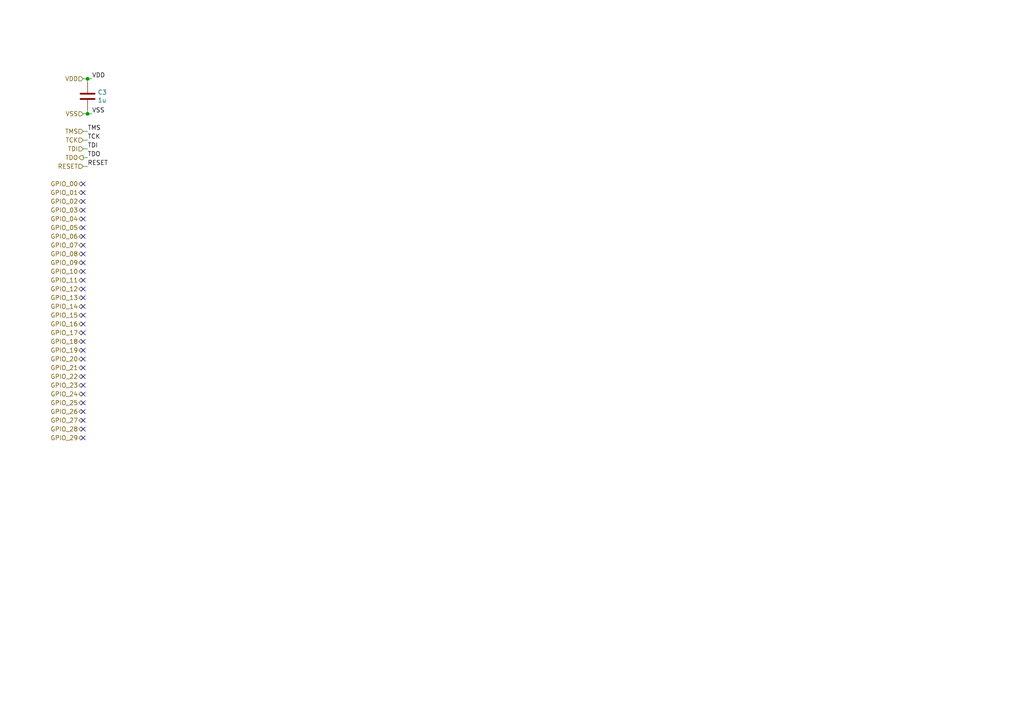
<source format=kicad_sch>
(kicad_sch (version 20231120) (generator "eeschema") (generator_version "8.0")
  (paper "A4")
  (lib_symbols
    (symbol "Device:C" (pin_numbers hide) (pin_names (offset 0.254))
      (property "Reference" "C" (at 0.635 2.54 0))
      (property "Value" "C" (at 0.635 -2.54 0))
      (symbol "C_0_1"
        (polyline (pts (xy -2.032 -0.762) (xy 2.032 -0.762)) (stroke (width 0.508)))
        (polyline (pts (xy -2.032 0.762) (xy 2.032 0.762)) (stroke (width 0.508)))
      )
      (symbol "C_1_1"
        (pin passive line (at 0 3.81 270) (length 2.794) (name "~") (number "1"))
        (pin passive line (at 0 -3.81 90) (length 2.794) (name "~") (number "2"))
      )
    )
  )
  (junction (at 25.4 33.02))
  (junction (at 25.4 22.86))
  (no_connect (at 24.13 121.92))
  (no_connect (at 24.13 78.74))
  (no_connect (at 24.13 53.34))
  (no_connect (at 24.13 93.98))
  (no_connect (at 24.13 76.2))
  (no_connect (at 24.13 106.68))
  (no_connect (at 24.13 127))
  (no_connect (at 24.13 86.36))
  (no_connect (at 24.13 114.3))
  (no_connect (at 24.13 63.5))
  (no_connect (at 24.13 66.04))
  (no_connect (at 24.13 119.38))
  (no_connect (at 24.13 88.9))
  (no_connect (at 24.13 83.82))
  (no_connect (at 24.13 58.42))
  (no_connect (at 24.13 101.6))
  (no_connect (at 24.13 81.28))
  (no_connect (at 24.13 68.58))
  (no_connect (at 24.13 116.84))
  (no_connect (at 24.13 91.44))
  (no_connect (at 24.13 109.22))
  (no_connect (at 24.13 124.46))
  (no_connect (at 24.13 73.66))
  (no_connect (at 24.13 104.14))
  (no_connect (at 24.13 71.12))
  (no_connect (at 24.13 111.76))
  (no_connect (at 24.13 55.88))
  (no_connect (at 24.13 99.06))
  (no_connect (at 24.13 60.96))
  (no_connect (at 24.13 96.52))
  (wire (pts (xy 26.67 22.86) (xy 25.4 22.86)))
  (wire (pts (xy 25.4 22.86) (xy 25.4 24.13)))
  (wire (pts (xy 24.13 43.18) (xy 25.4 43.18)))
  (wire (pts (xy 25.4 33.02) (xy 25.4 31.75)))
  (wire (pts (xy 25.4 40.64) (xy 24.13 40.64)))
  (wire (pts (xy 24.13 38.1) (xy 25.4 38.1)))
  (wire (pts (xy 24.13 22.86) (xy 25.4 22.86)))
  (wire (pts (xy 24.13 33.02) (xy 25.4 33.02)))
  (wire (pts (xy 25.4 45.72) (xy 24.13 45.72)))
  (wire (pts (xy 26.67 33.02) (xy 25.4 33.02)))
  (wire (pts (xy 24.13 48.26) (xy 25.4 48.26)))
  (label "TCK" (at 25.4 40.64 0))
  (label "TDI" (at 25.4 43.18 0))
  (label "RESET" (at 25.4 48.26 0))
  (label "TDO" (at 25.4 45.72 0))
  (label "VDD" (at 26.67 22.86 0))
  (label "TMS" (at 25.4 38.1 0))
  (label "VSS" (at 26.67 33.02 0))
  (hierarchical_label "VDD" (shape input) (at 24.13 22.86 180))
  (hierarchical_label "GPIO_26" (shape bidirectional) (at 24.13 119.38 180))
  (hierarchical_label "GPIO_00" (shape bidirectional) (at 24.13 53.34 180))
  (hierarchical_label "GPIO_06" (shape bidirectional) (at 24.13 68.58 180))
  (hierarchical_label "GPIO_23" (shape bidirectional) (at 24.13 111.76 180))
  (hierarchical_label "GPIO_01" (shape bidirectional) (at 24.13 55.88 180))
  (hierarchical_label "GPIO_28" (shape bidirectional) (at 24.13 124.46 180))
  (hierarchical_label "GPIO_29" (shape bidirectional) (at 24.13 127 180))
  (hierarchical_label "VSS" (shape input) (at 24.13 33.02 180))
  (hierarchical_label "GPIO_10" (shape bidirectional) (at 24.13 78.74 180))
  (hierarchical_label "TDI" (shape input) (at 24.13 43.18 180))
  (hierarchical_label "GPIO_18" (shape bidirectional) (at 24.13 99.06 180))
  (hierarchical_label "TDO" (shape output) (at 24.13 45.72 180))
  (hierarchical_label "TMS" (shape input) (at 24.13 38.1 180))
  (hierarchical_label "GPIO_11" (shape bidirectional) (at 24.13 81.28 180))
  (hierarchical_label "GPIO_21" (shape bidirectional) (at 24.13 106.68 180))
  (hierarchical_label "GPIO_09" (shape bidirectional) (at 24.13 76.2 180))
  (hierarchical_label "RESET" (shape input) (at 24.13 48.26 180))
  (hierarchical_label "GPIO_13" (shape bidirectional) (at 24.13 86.36 180))
  (hierarchical_label "GPIO_17" (shape bidirectional) (at 24.13 96.52 180))
  (hierarchical_label "GPIO_19" (shape bidirectional) (at 24.13 101.6 180))
  (hierarchical_label "GPIO_24" (shape bidirectional) (at 24.13 114.3 180))
  (hierarchical_label "GPIO_27" (shape bidirectional) (at 24.13 121.92 180))
  (hierarchical_label "GPIO_08" (shape bidirectional) (at 24.13 73.66 180))
  (hierarchical_label "GPIO_05" (shape bidirectional) (at 24.13 66.04 180))
  (hierarchical_label "GPIO_20" (shape bidirectional) (at 24.13 104.14 180))
  (hierarchical_label "GPIO_14" (shape bidirectional) (at 24.13 88.9 180))
  (hierarchical_label "GPIO_25" (shape bidirectional) (at 24.13 116.84 180))
  (hierarchical_label "GPIO_02" (shape bidirectional) (at 24.13 58.42 180))
  (hierarchical_label "GPIO_15" (shape bidirectional) (at 24.13 91.44 180))
  (hierarchical_label "GPIO_04" (shape bidirectional) (at 24.13 63.5 180))
  (hierarchical_label "GPIO_03" (shape bidirectional) (at 24.13 60.96 180))
  (hierarchical_label "GPIO_07" (shape bidirectional) (at 24.13 71.12 180))
  (hierarchical_label "GPIO_16" (shape bidirectional) (at 24.13 93.98 180))
  (hierarchical_label "GPIO_12" (shape bidirectional) (at 24.13 83.82 180))
  (hierarchical_label "GPIO_22" (shape bidirectional) (at 24.13 109.22 180))
  (hierarchical_label "TCK" (shape input) (at 24.13 40.64 180))
  (symbol (lib_id "Device:C") (at 25.4 27.94 0) (unit 1)
    (property "Reference" "C3" (at 28.321 26.7716 0) (effects (justify left)))
    (property "Value" "1u" (at 28.321 29.083 0) (effects (justify left)))
    (property "Footprint" "SquantorRcl:C_0402" (effects (hide yes)))
  )
)
</source>
